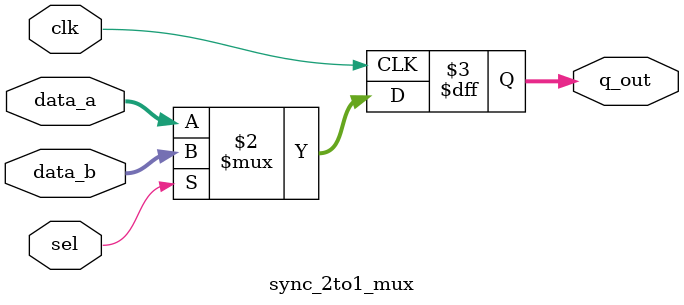
<source format=sv>
module sync_2to1_mux (
    input wire clk,               // Clock signal
    input wire [7:0] data_a, data_b, // Data inputs
    input wire sel,               // Selection bit
    output reg [7:0] q_out        // Registered output
);
    always @(posedge clk) begin
        q_out <= sel ? data_b : data_a;
    end
endmodule
</source>
